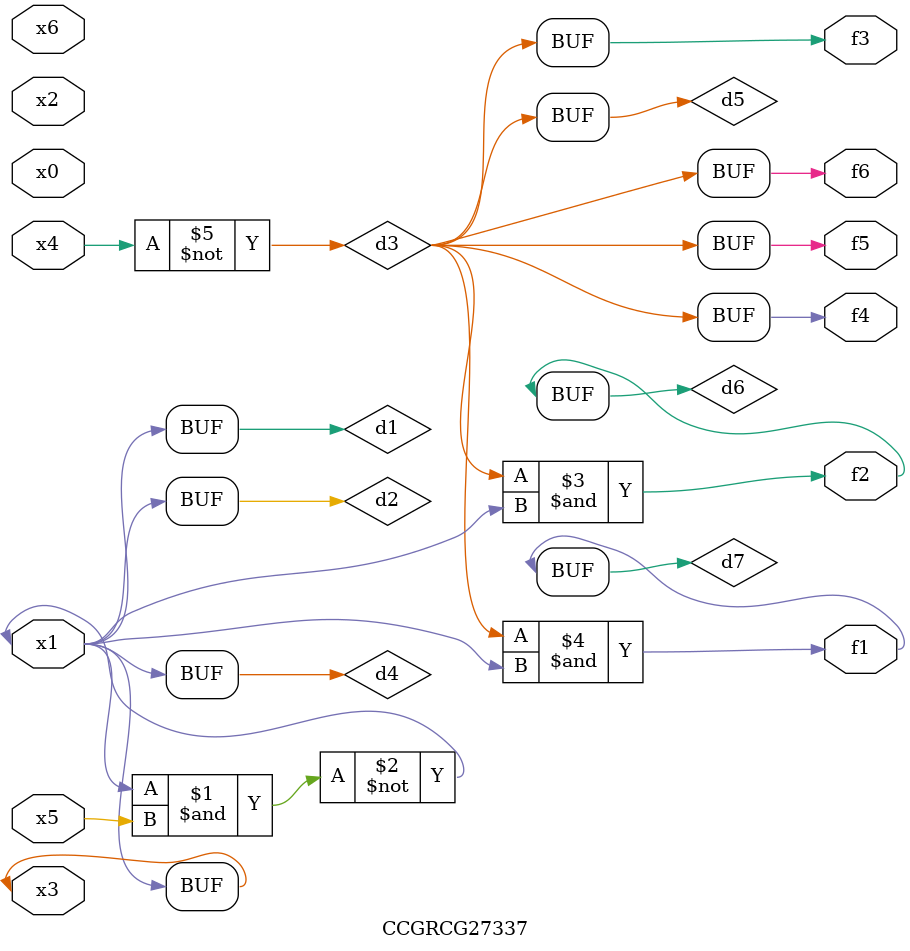
<source format=v>
module CCGRCG27337(
	input x0, x1, x2, x3, x4, x5, x6,
	output f1, f2, f3, f4, f5, f6
);

	wire d1, d2, d3, d4, d5, d6, d7;

	buf (d1, x1, x3);
	nand (d2, x1, x5);
	not (d3, x4);
	buf (d4, d1, d2);
	buf (d5, d3);
	and (d6, d3, d4);
	and (d7, d3, d4);
	assign f1 = d7;
	assign f2 = d6;
	assign f3 = d5;
	assign f4 = d5;
	assign f5 = d5;
	assign f6 = d5;
endmodule

</source>
